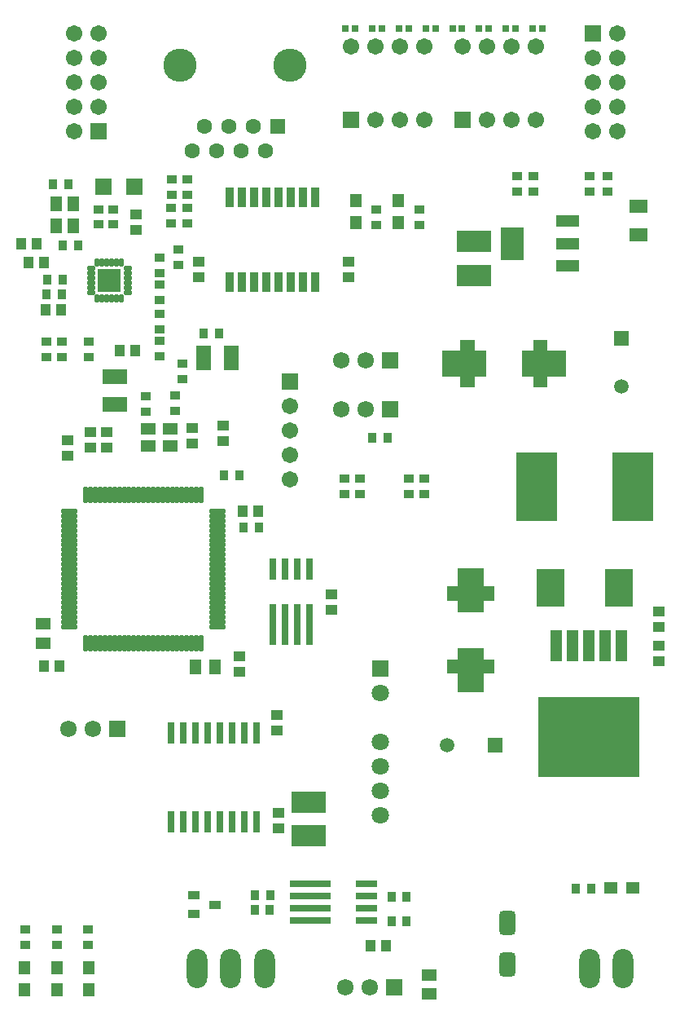
<source format=gts>
G04*
G04 #@! TF.GenerationSoftware,Altium Limited,Altium Designer,20.0.13 (296)*
G04*
G04 Layer_Color=8388736*
%FSLAX44Y44*%
%MOMM*%
G71*
G01*
G75*
%ADD59R,1.0200X0.8200*%
G04:AMPARAMS|DCode=60|XSize=2.5332mm|YSize=1.7532mm|CornerRadius=0.4891mm|HoleSize=0mm|Usage=FLASHONLY|Rotation=270.000|XOffset=0mm|YOffset=0mm|HoleType=Round|Shape=RoundedRectangle|*
%AMROUNDEDRECTD60*
21,1,2.5332,0.7750,0,0,270.0*
21,1,1.5550,1.7532,0,0,270.0*
1,1,0.9782,-0.3875,-0.7775*
1,1,0.9782,-0.3875,0.7775*
1,1,0.9782,0.3875,0.7775*
1,1,0.9782,0.3875,-0.7775*
%
%ADD60ROUNDEDRECTD60*%
G04:AMPARAMS|DCode=61|XSize=0.4832mm|YSize=0.8932mm|CornerRadius=0.1716mm|HoleSize=0mm|Usage=FLASHONLY|Rotation=270.000|XOffset=0mm|YOffset=0mm|HoleType=Round|Shape=RoundedRectangle|*
%AMROUNDEDRECTD61*
21,1,0.4832,0.5500,0,0,270.0*
21,1,0.1400,0.8932,0,0,270.0*
1,1,0.3432,-0.2750,-0.0700*
1,1,0.3432,-0.2750,0.0700*
1,1,0.3432,0.2750,0.0700*
1,1,0.3432,0.2750,-0.0700*
%
%ADD61ROUNDEDRECTD61*%
G04:AMPARAMS|DCode=62|XSize=0.4832mm|YSize=0.8932mm|CornerRadius=0.1716mm|HoleSize=0mm|Usage=FLASHONLY|Rotation=0.000|XOffset=0mm|YOffset=0mm|HoleType=Round|Shape=RoundedRectangle|*
%AMROUNDEDRECTD62*
21,1,0.4832,0.5500,0,0,0.0*
21,1,0.1400,0.8932,0,0,0.0*
1,1,0.3432,0.0700,-0.2750*
1,1,0.3432,-0.0700,-0.2750*
1,1,0.3432,-0.0700,0.2750*
1,1,0.3432,0.0700,0.2750*
%
%ADD62ROUNDEDRECTD62*%
%ADD63R,2.4892X2.4892*%
%ADD64R,1.2200X0.9200*%
G04:AMPARAMS|DCode=65|XSize=1.7632mm|YSize=0.4832mm|CornerRadius=0.1366mm|HoleSize=0mm|Usage=FLASHONLY|Rotation=270.000|XOffset=0mm|YOffset=0mm|HoleType=Round|Shape=RoundedRectangle|*
%AMROUNDEDRECTD65*
21,1,1.7632,0.2100,0,0,270.0*
21,1,1.4900,0.4832,0,0,270.0*
1,1,0.2732,-0.1050,-0.7450*
1,1,0.2732,-0.1050,0.7450*
1,1,0.2732,0.1050,0.7450*
1,1,0.2732,0.1050,-0.7450*
%
%ADD65ROUNDEDRECTD65*%
G04:AMPARAMS|DCode=66|XSize=1.7632mm|YSize=0.4832mm|CornerRadius=0.1366mm|HoleSize=0mm|Usage=FLASHONLY|Rotation=0.000|XOffset=0mm|YOffset=0mm|HoleType=Round|Shape=RoundedRectangle|*
%AMROUNDEDRECTD66*
21,1,1.7632,0.2100,0,0,0.0*
21,1,1.4900,0.4832,0,0,0.0*
1,1,0.2732,0.7450,-0.1050*
1,1,0.2732,-0.7450,-0.1050*
1,1,0.2732,-0.7450,0.1050*
1,1,0.2732,0.7450,0.1050*
%
%ADD66ROUNDEDRECTD66*%
%ADD67R,3.6200X2.2700*%
%ADD68R,1.9200X1.4700*%
%ADD69R,1.2200X1.3700*%
%ADD70R,0.7032X0.8032*%
%ADD71R,0.8200X1.0200*%
%ADD72R,2.3200X0.7200*%
%ADD73R,4.3200X0.7200*%
%ADD74R,1.2032X1.0032*%
%ADD75R,1.0032X1.2032*%
%ADD76R,1.8032X1.8032*%
%ADD77R,2.5200X1.6200*%
%ADD78R,0.8432X2.1082*%
%ADD79R,1.5200X1.2200*%
%ADD80R,0.8032X2.2632*%
%ADD81R,0.7200X2.3200*%
%ADD82R,0.7200X4.3200*%
%ADD83R,1.1700X3.3200*%
%ADD84R,10.5700X8.4200*%
%ADD85R,2.3532X3.4532*%
%ADD86R,2.3532X1.1532*%
%ADD87R,2.9972X4.0132*%
%ADD88R,1.5032X1.3032*%
%ADD89R,1.2032X1.6032*%
%ADD90R,1.3032X1.5032*%
%ADD91R,1.6200X2.5200*%
%ADD92R,1.3700X1.2200*%
%ADD93R,4.2032X7.2032*%
%ADD94R,1.6032X1.2032*%
%ADD95O,2.1336X4.0640*%
%ADD96R,1.7032X1.7032*%
%ADD97C,1.7032*%
%ADD98C,1.7200*%
%ADD99R,1.7200X1.7200*%
%ADD100C,1.8032*%
%ADD101R,1.8032X1.8032*%
%ADD102R,1.6012X1.6012*%
%ADD103C,3.4532*%
%ADD104C,1.6012*%
%ADD105C,1.5200*%
%ADD106R,1.5200X1.5200*%
%ADD107R,1.5200X1.5200*%
G36*
X473250Y386750D02*
Y398750D01*
X500250D01*
Y386750D01*
X511250D01*
Y371750D01*
X500250D01*
Y352750D01*
X473250D01*
Y371750D01*
X462250D01*
Y386750D01*
X473250D01*
D02*
G37*
G36*
Y462750D02*
Y481750D01*
X500250D01*
Y462750D01*
X511250D01*
Y447750D01*
X500250D01*
Y435750D01*
X473250D01*
Y447750D01*
X462250D01*
Y462750D01*
X473250D01*
D02*
G37*
G36*
X475500Y680250D02*
X456500D01*
Y707250D01*
X475500D01*
Y718250D01*
X490500D01*
Y707250D01*
X502500D01*
Y680250D01*
X490500D01*
Y669250D01*
X475500D01*
Y680250D01*
D02*
G37*
G36*
X551500D02*
X539500D01*
Y707250D01*
X551500D01*
Y718250D01*
X566500D01*
Y707250D01*
X585500D01*
Y680250D01*
X566500D01*
Y669250D01*
X551500D01*
Y680250D01*
D02*
G37*
D59*
X610000Y872500D02*
D03*
Y888500D02*
D03*
X628572Y872500D02*
D03*
Y888500D02*
D03*
X438000Y574750D02*
D03*
Y558750D02*
D03*
X421750Y574750D02*
D03*
Y558750D02*
D03*
X371500Y574750D02*
D03*
Y558750D02*
D03*
X355000Y574750D02*
D03*
Y558750D02*
D03*
X432750Y837750D02*
D03*
Y853750D02*
D03*
X551500Y872500D02*
D03*
Y888500D02*
D03*
X45500Y716500D02*
D03*
Y700500D02*
D03*
X99250Y838250D02*
D03*
Y854250D02*
D03*
X182500Y796000D02*
D03*
Y812000D02*
D03*
X115000Y838250D02*
D03*
Y854250D02*
D03*
X89000Y717000D02*
D03*
Y701000D02*
D03*
X534500Y888750D02*
D03*
Y872750D02*
D03*
X175250Y839250D02*
D03*
Y855250D02*
D03*
X163000Y745500D02*
D03*
Y729500D02*
D03*
X191500Y885000D02*
D03*
Y869000D02*
D03*
X186500Y678000D02*
D03*
Y694000D02*
D03*
X191500Y839250D02*
D03*
Y855250D02*
D03*
X175500Y885000D02*
D03*
Y869000D02*
D03*
X88498Y106500D02*
D03*
Y90500D02*
D03*
X56747Y106500D02*
D03*
Y90500D02*
D03*
X23498Y106500D02*
D03*
Y90500D02*
D03*
X388251Y853750D02*
D03*
Y837750D02*
D03*
X178750Y660750D02*
D03*
Y644750D02*
D03*
X149000Y660250D02*
D03*
Y644250D02*
D03*
X61500Y701000D02*
D03*
Y717000D02*
D03*
X163000Y701250D02*
D03*
Y717250D02*
D03*
Y804250D02*
D03*
Y788250D02*
D03*
Y760000D02*
D03*
Y776000D02*
D03*
D60*
X524500Y70150D02*
D03*
Y112850D02*
D03*
D61*
X129750Y767750D02*
D03*
Y772750D02*
D03*
Y792750D02*
D03*
Y787750D02*
D03*
Y777750D02*
D03*
Y782750D02*
D03*
X91850D02*
D03*
Y777750D02*
D03*
Y787750D02*
D03*
Y792750D02*
D03*
Y772750D02*
D03*
Y767750D02*
D03*
D62*
X123300Y761300D02*
D03*
X118300D02*
D03*
X98300D02*
D03*
X103300D02*
D03*
X113300D02*
D03*
X108300D02*
D03*
X123300Y799200D02*
D03*
X118300D02*
D03*
X98300D02*
D03*
X103300D02*
D03*
X113300D02*
D03*
X108300D02*
D03*
D63*
X110800Y780250D02*
D03*
D64*
X220750Y132000D02*
D03*
X198250Y122500D02*
D03*
Y141500D02*
D03*
D65*
X206250Y403700D02*
D03*
X201250D02*
D03*
X196250D02*
D03*
X191250D02*
D03*
X186250D02*
D03*
X181250D02*
D03*
X176250D02*
D03*
X171250D02*
D03*
X166250D02*
D03*
X161250D02*
D03*
X156250D02*
D03*
X151250D02*
D03*
X146250D02*
D03*
X141250D02*
D03*
X136250D02*
D03*
X131250D02*
D03*
X126250D02*
D03*
X121250D02*
D03*
X116250D02*
D03*
X111250D02*
D03*
X106250D02*
D03*
X101250D02*
D03*
X96250D02*
D03*
X91250D02*
D03*
X86250D02*
D03*
Y557300D02*
D03*
X91250D02*
D03*
X96250D02*
D03*
X101250D02*
D03*
X106250D02*
D03*
X111250D02*
D03*
X116250D02*
D03*
X121250D02*
D03*
X126250D02*
D03*
X131250D02*
D03*
X136250D02*
D03*
X141250D02*
D03*
X146250D02*
D03*
X151250D02*
D03*
X156250D02*
D03*
X161250D02*
D03*
X166250D02*
D03*
X171250D02*
D03*
X176250D02*
D03*
X181250D02*
D03*
X186250D02*
D03*
X191250D02*
D03*
X196250D02*
D03*
X201250D02*
D03*
X206250D02*
D03*
D66*
X223050Y540500D02*
D03*
Y535500D02*
D03*
Y530500D02*
D03*
Y525500D02*
D03*
Y520500D02*
D03*
Y515500D02*
D03*
Y510500D02*
D03*
Y505500D02*
D03*
Y500500D02*
D03*
Y495500D02*
D03*
Y490500D02*
D03*
Y485500D02*
D03*
Y480500D02*
D03*
Y475500D02*
D03*
Y470500D02*
D03*
Y465500D02*
D03*
Y460500D02*
D03*
Y455500D02*
D03*
Y450500D02*
D03*
Y445500D02*
D03*
Y440500D02*
D03*
Y435500D02*
D03*
Y430500D02*
D03*
Y425500D02*
D03*
Y420500D02*
D03*
X69450D02*
D03*
Y425500D02*
D03*
Y430500D02*
D03*
Y435500D02*
D03*
Y440500D02*
D03*
Y445500D02*
D03*
Y450500D02*
D03*
Y455500D02*
D03*
Y460500D02*
D03*
Y465500D02*
D03*
Y470500D02*
D03*
Y475500D02*
D03*
Y480500D02*
D03*
Y485500D02*
D03*
Y490500D02*
D03*
Y495500D02*
D03*
Y500500D02*
D03*
Y505500D02*
D03*
Y510500D02*
D03*
Y515500D02*
D03*
Y520500D02*
D03*
Y525500D02*
D03*
Y530500D02*
D03*
Y535500D02*
D03*
Y540500D02*
D03*
D67*
X317750Y203750D02*
D03*
Y238750D02*
D03*
X489500Y785500D02*
D03*
Y820500D02*
D03*
D68*
X661250Y857500D02*
D03*
Y828000D02*
D03*
D69*
X411248Y840500D02*
D03*
Y863500D02*
D03*
X366750D02*
D03*
Y840500D02*
D03*
X22750Y66750D02*
D03*
Y43750D02*
D03*
X56000Y66750D02*
D03*
Y43750D02*
D03*
X89250Y66750D02*
D03*
Y43750D02*
D03*
D70*
X533000Y1042000D02*
D03*
X523000D02*
D03*
X477500D02*
D03*
X467500D02*
D03*
X422000D02*
D03*
X412000D02*
D03*
X560750D02*
D03*
X550750D02*
D03*
X505250D02*
D03*
X495250D02*
D03*
X449750D02*
D03*
X439750D02*
D03*
X394250D02*
D03*
X384250D02*
D03*
X366500D02*
D03*
X356500D02*
D03*
D71*
X399750Y617000D02*
D03*
X383750D02*
D03*
X420000Y114750D02*
D03*
X404000D02*
D03*
X420000Y140500D02*
D03*
X404000D02*
D03*
X278000Y141500D02*
D03*
X262000D02*
D03*
X277750Y126500D02*
D03*
X261750D02*
D03*
X61750Y766000D02*
D03*
X45750D02*
D03*
X52500Y880000D02*
D03*
X68500D02*
D03*
X78250Y816750D02*
D03*
X62250D02*
D03*
X224500Y725500D02*
D03*
X208500D02*
D03*
X246250Y578250D02*
D03*
X230250D02*
D03*
X266000Y523750D02*
D03*
X250000D02*
D03*
X46000Y781500D02*
D03*
X62000D02*
D03*
X611750Y148502D02*
D03*
X595750D02*
D03*
D72*
X377750Y115550D02*
D03*
Y128250D02*
D03*
Y140950D02*
D03*
Y153650D02*
D03*
D73*
X319750Y115550D02*
D03*
Y128250D02*
D03*
Y140950D02*
D03*
Y153650D02*
D03*
D74*
X286500Y211500D02*
D03*
Y227500D02*
D03*
X681750Y401250D02*
D03*
Y385250D02*
D03*
X204000Y783500D02*
D03*
Y799500D02*
D03*
X359250Y783500D02*
D03*
Y799501D02*
D03*
X285000Y328750D02*
D03*
Y312750D02*
D03*
X681750Y420749D02*
D03*
Y436750D02*
D03*
X229000Y629250D02*
D03*
Y613250D02*
D03*
X197250Y627250D02*
D03*
Y611250D02*
D03*
X341500Y438500D02*
D03*
Y454500D02*
D03*
X245750Y390250D02*
D03*
Y374250D02*
D03*
X67000Y598500D02*
D03*
Y614500D02*
D03*
X108000Y623000D02*
D03*
Y607000D02*
D03*
X91000Y622750D02*
D03*
Y606750D02*
D03*
X138750Y848500D02*
D03*
Y832500D02*
D03*
D75*
X382682Y89318D02*
D03*
X398682D02*
D03*
X121575Y707675D02*
D03*
X137575D02*
D03*
X26750Y798500D02*
D03*
X42750D02*
D03*
X19000Y818000D02*
D03*
X35000D02*
D03*
X249250Y540500D02*
D03*
X265250D02*
D03*
X59000Y379500D02*
D03*
X43000D02*
D03*
X60750Y749750D02*
D03*
X44750D02*
D03*
D76*
X137000Y877750D02*
D03*
X105000D02*
D03*
D77*
X116250Y680500D02*
D03*
Y651500D02*
D03*
D78*
X325200Y866325D02*
D03*
X312500D02*
D03*
X299800D02*
D03*
X287100D02*
D03*
X274400D02*
D03*
X261700D02*
D03*
X249000D02*
D03*
X236300D02*
D03*
X325200Y778670D02*
D03*
X312500D02*
D03*
X299800D02*
D03*
X287100D02*
D03*
X274400D02*
D03*
X261700Y778675D02*
D03*
X249000D02*
D03*
X236300D02*
D03*
D79*
X443250Y58500D02*
D03*
Y39500D02*
D03*
D80*
X263950Y310650D02*
D03*
X251250D02*
D03*
X238550D02*
D03*
X225850D02*
D03*
X213150D02*
D03*
X200450D02*
D03*
X187750D02*
D03*
X175050D02*
D03*
Y217850D02*
D03*
X187750D02*
D03*
X200450D02*
D03*
X213150D02*
D03*
X225850D02*
D03*
X238550D02*
D03*
X251250D02*
D03*
X263950D02*
D03*
D81*
X318800Y480750D02*
D03*
X306100D02*
D03*
X293400D02*
D03*
X280700D02*
D03*
D82*
X318800Y422750D02*
D03*
X306100D02*
D03*
X293400D02*
D03*
X280700D02*
D03*
D83*
X643500Y400750D02*
D03*
X626500D02*
D03*
X609500D02*
D03*
X592500D02*
D03*
X575500D02*
D03*
D84*
X609500Y306250D02*
D03*
D85*
X529500Y818750D02*
D03*
D86*
X587500Y841750D02*
D03*
Y818750D02*
D03*
Y795750D02*
D03*
D87*
X640435Y460750D02*
D03*
X569065D02*
D03*
D88*
X151250Y626000D02*
D03*
X174250D02*
D03*
Y608000D02*
D03*
X151250D02*
D03*
D89*
X220500Y379000D02*
D03*
X200500D02*
D03*
D90*
X55750Y836750D02*
D03*
Y859750D02*
D03*
X73750D02*
D03*
Y836750D02*
D03*
D91*
X238000Y700000D02*
D03*
X209000D02*
D03*
D92*
X655250Y149250D02*
D03*
X632250D02*
D03*
D93*
X655000Y566000D02*
D03*
X555000D02*
D03*
D94*
X42000Y403750D02*
D03*
Y423750D02*
D03*
D95*
X610250Y65370D02*
D03*
X645250D02*
D03*
X202000Y65735D02*
D03*
X237000D02*
D03*
X272000D02*
D03*
D96*
X100000Y935400D02*
D03*
X613500Y1037000D02*
D03*
X298750Y675300D02*
D03*
X362200Y947400D02*
D03*
X478400D02*
D03*
D97*
X74600Y935400D02*
D03*
X100000Y960800D02*
D03*
X74600D02*
D03*
X100000Y986200D02*
D03*
X74600D02*
D03*
X100000Y1011600D02*
D03*
X74600D02*
D03*
Y1037000D02*
D03*
X100000D02*
D03*
X638900Y935400D02*
D03*
X613500D02*
D03*
X638900Y986200D02*
D03*
X613500D02*
D03*
X638900Y1011600D02*
D03*
X613500D02*
D03*
X638900Y1037000D02*
D03*
X613500Y960800D02*
D03*
X638900D02*
D03*
X298750Y573700D02*
D03*
Y599100D02*
D03*
Y624500D02*
D03*
Y649900D02*
D03*
X387600Y947400D02*
D03*
X413000D02*
D03*
X438400D02*
D03*
X362200Y1023600D02*
D03*
X387600D02*
D03*
X413000D02*
D03*
X438400D02*
D03*
X503800Y947400D02*
D03*
X529200D02*
D03*
X554600D02*
D03*
X478400Y1023600D02*
D03*
X503800D02*
D03*
X529200D02*
D03*
X554600D02*
D03*
D98*
X377500Y646750D02*
D03*
X352100D02*
D03*
X377500Y697250D02*
D03*
X352100D02*
D03*
X93750Y314250D02*
D03*
X68350D02*
D03*
X381850Y46250D02*
D03*
X356450D02*
D03*
D99*
X402900Y646750D02*
D03*
Y697250D02*
D03*
X119150Y314250D02*
D03*
X407250Y46250D02*
D03*
D100*
X392750Y224450D02*
D03*
Y249850D02*
D03*
Y275250D02*
D03*
Y300650D02*
D03*
Y351450D02*
D03*
D101*
Y376850D02*
D03*
D102*
X285700Y940250D02*
D03*
D103*
X298400Y1003750D02*
D03*
X184100D02*
D03*
D104*
X273000Y914850D02*
D03*
X260300Y940250D02*
D03*
X247600Y914850D02*
D03*
X234900Y940250D02*
D03*
X222200Y914850D02*
D03*
X209500Y940250D02*
D03*
X196800Y914850D02*
D03*
D105*
X462000Y297250D02*
D03*
X643000Y670000D02*
D03*
D106*
X512000Y297250D02*
D03*
D107*
X643000Y720000D02*
D03*
M02*

</source>
